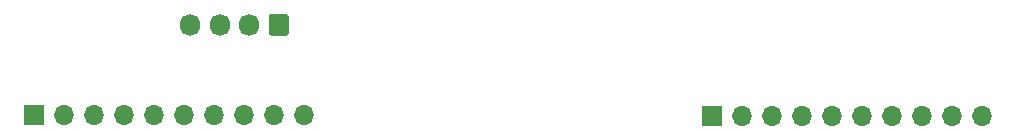
<source format=gbr>
%TF.GenerationSoftware,KiCad,Pcbnew,(5.1.6)-1*%
%TF.CreationDate,2020-11-07T16:44:32+09:00*%
%TF.ProjectId,FlightComputer-Extra,466c6967-6874-4436-9f6d-70757465722d,rev?*%
%TF.SameCoordinates,Original*%
%TF.FileFunction,Soldermask,Bot*%
%TF.FilePolarity,Negative*%
%FSLAX46Y46*%
G04 Gerber Fmt 4.6, Leading zero omitted, Abs format (unit mm)*
G04 Created by KiCad (PCBNEW (5.1.6)-1) date 2020-11-07 16:44:32*
%MOMM*%
%LPD*%
G01*
G04 APERTURE LIST*
%ADD10O,1.700000X1.850000*%
%ADD11O,1.700000X1.700000*%
%ADD12R,1.700000X1.700000*%
G04 APERTURE END LIST*
D10*
%TO.C,J5*%
X113000000Y-88800000D03*
X115500000Y-88800000D03*
X118000000Y-88800000D03*
G36*
G01*
X121350000Y-88125000D02*
X121350000Y-89475000D01*
G75*
G02*
X121100000Y-89725000I-250000J0D01*
G01*
X119900000Y-89725000D01*
G75*
G02*
X119650000Y-89475000I0J250000D01*
G01*
X119650000Y-88125000D01*
G75*
G02*
X119900000Y-87875000I250000J0D01*
G01*
X121100000Y-87875000D01*
G75*
G02*
X121350000Y-88125000I0J-250000D01*
G01*
G37*
%TD*%
D11*
%TO.C,J3*%
X122660000Y-96400000D03*
X120120000Y-96400000D03*
X117580000Y-96400000D03*
X115040000Y-96400000D03*
X112500000Y-96400000D03*
X109960000Y-96400000D03*
X107420000Y-96400000D03*
X104880000Y-96400000D03*
X102340000Y-96400000D03*
D12*
X99800000Y-96400000D03*
%TD*%
D11*
%TO.C,J2*%
X180060000Y-96500000D03*
X177520000Y-96500000D03*
X174980000Y-96500000D03*
X172440000Y-96500000D03*
X169900000Y-96500000D03*
X167360000Y-96500000D03*
X164820000Y-96500000D03*
X162280000Y-96500000D03*
X159740000Y-96500000D03*
D12*
X157200000Y-96500000D03*
%TD*%
M02*

</source>
